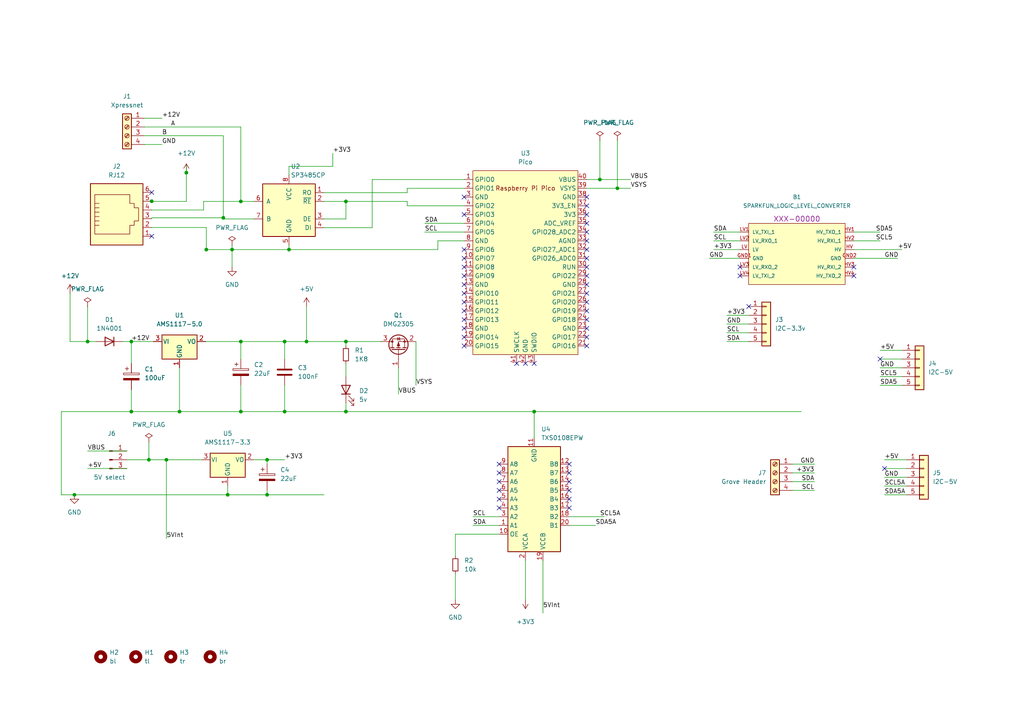
<source format=kicad_sch>
(kicad_sch (version 20211123) (generator eeschema)
  (paper "A4")
  (title_block (title "Pico Power and I2C") (date "31/3/23") (rev "1.0"))
  (lib_symbols
    (symbol "Connector:Conn_01x03_Male" (pin_names (offset 1.016) hide)
      (property "Reference" "J" (at 0 5.08 0))
      (property "Value" "Conn_01x03_Male" (at 0 -5.08 0))
      (symbol "Conn_01x03_Male_1_1"
        (polyline (pts (xy 1.27 -2.54) (xy 0.8636 -2.54)) (stroke (width 0.1524)))
        (polyline (pts (xy 1.27 0) (xy 0.8636 0)) (stroke (width 0.1524)))
        (polyline (pts (xy 1.27 2.54) (xy 0.8636 2.54)) (stroke (width 0.1524)))
        (rectangle (start 0.8636 -2.413) (end 0 -2.667) (stroke (width 0.1524)) (fill (type outline)))
        (rectangle (start 0.8636 0.127) (end 0 -0.127) (stroke (width 0.1524)) (fill (type outline)))
        (rectangle (start 0.8636 2.667) (end 0 2.413) (stroke (width 0.1524)) (fill (type outline)))
        (pin passive line (at 5.08 2.54 180) (length 3.81) (name "Pin_1") (number "1"))
        (pin passive line (at 5.08 0 180) (length 3.81) (name "Pin_2") (number "2"))
        (pin passive line (at 5.08 -2.54 180) (length 3.81) (name "Pin_3") (number "3"))
      )
    )
    (symbol "Connector:RJ12" (pin_names (offset 1.016))
      (property "Reference" "J" (at -5.08 11.43 0))
      (property "Value" "RJ12" (at 2.54 11.43 0))
      (symbol "RJ12_0_1"
        (polyline (pts (xy -6.35 -1.905) (xy -5.08 -1.905) (xy -5.08 -1.905)))
        (polyline (pts (xy -6.35 -0.635) (xy -5.08 -0.635) (xy -5.08 -0.635)))
        (polyline (pts (xy -6.35 0.635) (xy -5.08 0.635) (xy -5.08 0.635)))
        (polyline (pts (xy -6.35 1.905) (xy -5.08 1.905) (xy -5.08 1.905)))
        (polyline (pts (xy -6.35 3.175) (xy -5.08 3.175) (xy -5.08 3.175)))
        (polyline (pts (xy -5.08 4.445) (xy -6.35 4.445) (xy -6.35 4.445)))
        (polyline (pts (xy -6.35 -4.445) (xy -6.35 6.985) (xy 3.81 6.985) (xy 3.81 4.445) (xy 5.08 4.445) (xy 5.08 3.175) (xy 6.35 3.175) (xy 6.35 -0.635) (xy 5.08 -0.635) (xy 5.08 -1.905) (xy 3.81 -1.905) (xy 3.81 -4.445) (xy -6.35 -4.445) (xy -6.35 -4.445)))
        (rectangle (start 7.62 10.16) (end -7.62 -7.62) (stroke (width 0.254)) (fill (type background)))
      )
      (symbol "RJ12_1_1"
        (pin passive line (at 10.16 -5.08 180) (length 2.54) (name "~") (number "1"))
        (pin passive line (at 10.16 -2.54 180) (length 2.54) (name "~") (number "2"))
        (pin passive line (at 10.16 0 180) (length 2.54) (name "~") (number "3"))
        (pin passive line (at 10.16 2.54 180) (length 2.54) (name "~") (number "4"))
        (pin passive line (at 10.16 5.08 180) (length 2.54) (name "~") (number "5"))
        (pin passive line (at 10.16 7.62 180) (length 2.54) (name "~") (number "6"))
      )
    )
    (symbol "Connector:Screw_Terminal_01x04" (pin_names (offset 1.016) hide)
      (property "Reference" "J" (at 0 5.08 0))
      (property "Value" "Screw_Terminal_01x04" (at 0 -7.62 0))
      (symbol "Screw_Terminal_01x04_1_1"
        (rectangle (start -1.27 3.81) (end 1.27 -6.35) (stroke (width 0.254)) (fill (type background)))
        (circle (center 0 -5.08) (radius 0.635) (stroke (width 0.1524)))
        (circle (center 0 -2.54) (radius 0.635) (stroke (width 0.1524)))
        (polyline (pts (xy -0.5334 -4.7498) (xy 0.3302 -5.588)) (stroke (width 0.1524)))
        (polyline (pts (xy -0.5334 -2.2098) (xy 0.3302 -3.048)) (stroke (width 0.1524)))
        (polyline (pts (xy -0.5334 0.3302) (xy 0.3302 -0.508)) (stroke (width 0.1524)))
        (polyline (pts (xy -0.5334 2.8702) (xy 0.3302 2.032)) (stroke (width 0.1524)))
        (polyline (pts (xy -0.3556 -4.572) (xy 0.508 -5.4102)) (stroke (width 0.1524)))
        (polyline (pts (xy -0.3556 -2.032) (xy 0.508 -2.8702)) (stroke (width 0.1524)))
        (polyline (pts (xy -0.3556 0.508) (xy 0.508 -0.3302)) (stroke (width 0.1524)))
        (polyline (pts (xy -0.3556 3.048) (xy 0.508 2.2098)) (stroke (width 0.1524)))
        (circle (center 0 0) (radius 0.635) (stroke (width 0.1524)))
        (circle (center 0 2.54) (radius 0.635) (stroke (width 0.1524)))
        (pin passive line (at -5.08 2.54 0) (length 3.81) (name "Pin_1") (number "1"))
        (pin passive line (at -5.08 0 0) (length 3.81) (name "Pin_2") (number "2"))
        (pin passive line (at -5.08 -2.54 0) (length 3.81) (name "Pin_3") (number "3"))
        (pin passive line (at -5.08 -5.08 0) (length 3.81) (name "Pin_4") (number "4"))
      )
    )
    (symbol "Connector_Generic:Conn_01x05" (pin_names (offset 1.016) hide)
      (property "Reference" "J" (at 0 7.62 0))
      (property "Value" "Conn_01x05" (at 0 -7.62 0))
      (symbol "Conn_01x05_1_1"
        (rectangle (start -1.27 -4.953) (end 0 -5.207) (stroke (width 0.1524)))
        (rectangle (start -1.27 -2.413) (end 0 -2.667) (stroke (width 0.1524)))
        (rectangle (start -1.27 0.127) (end 0 -0.127) (stroke (width 0.1524)))
        (rectangle (start -1.27 2.667) (end 0 2.413) (stroke (width 0.1524)))
        (rectangle (start -1.27 5.207) (end 0 4.953) (stroke (width 0.1524)))
        (rectangle (start -1.27 6.35) (end 1.27 -6.35) (stroke (width 0.254)) (fill (type background)))
        (pin passive line (at -5.08 5.08 0) (length 3.81) (name "Pin_1") (number "1"))
        (pin passive line (at -5.08 2.54 0) (length 3.81) (name "Pin_2") (number "2"))
        (pin passive line (at -5.08 0 0) (length 3.81) (name "Pin_3") (number "3"))
        (pin passive line (at -5.08 -2.54 0) (length 3.81) (name "Pin_4") (number "4"))
        (pin passive line (at -5.08 -5.08 0) (length 3.81) (name "Pin_5") (number "5"))
      )
    )
    (symbol "Device:C" (pin_numbers hide) (pin_names (offset 0.254))
      (property "Reference" "C" (at 0.635 2.54 0))
      (property "Value" "C" (at 0.635 -2.54 0))
      (symbol "C_0_1"
        (polyline (pts (xy -2.032 -0.762) (xy 2.032 -0.762)) (stroke (width 0.508)))
        (polyline (pts (xy -2.032 0.762) (xy 2.032 0.762)) (stroke (width 0.508)))
      )
      (symbol "C_1_1"
        (pin passive line (at 0 3.81 270) (length 2.794) (name "~") (number "1"))
        (pin passive line (at 0 -3.81 90) (length 2.794) (name "~") (number "2"))
      )
    )
    (symbol "Device:C_Polarized" (pin_numbers hide) (pin_names (offset 0.254))
      (property "Reference" "C" (at 0.635 2.54 0))
      (property "Value" "C_Polarized" (at 0.635 -2.54 0))
      (symbol "C_Polarized_0_1"
        (rectangle (start -2.286 0.508) (end 2.286 1.016))
        (polyline (pts (xy -1.778 2.286) (xy -0.762 2.286)))
        (polyline (pts (xy -1.27 2.794) (xy -1.27 1.778)))
        (rectangle (start 2.286 -0.508) (end -2.286 -1.016) (fill (type outline)))
      )
      (symbol "C_Polarized_1_1"
        (pin passive line (at 0 3.81 270) (length 2.794) (name "~") (number "1"))
        (pin passive line (at 0 -3.81 90) (length 2.794) (name "~") (number "2"))
      )
    )
    (symbol "Device:LED" (pin_numbers hide) (pin_names (offset 1.016) hide)
      (property "Reference" "D" (at 0 2.54 0))
      (property "Value" "LED" (at 0 -2.54 0))
      (symbol "LED_0_1"
        (polyline (pts (xy -1.27 -1.27) (xy -1.27 1.27)) (stroke (width 0.254)))
        (polyline (pts (xy -1.27 0) (xy 1.27 0)))
        (polyline (pts (xy 1.27 -1.27) (xy 1.27 1.27) (xy -1.27 0) (xy 1.27 -1.27)) (stroke (width 0.254)))
        (polyline (pts (xy -3.048 -0.762) (xy -4.572 -2.286) (xy -3.81 -2.286) (xy -4.572 -2.286) (xy -4.572 -1.524)))
        (polyline (pts (xy -1.778 -0.762) (xy -3.302 -2.286) (xy -2.54 -2.286) (xy -3.302 -2.286) (xy -3.302 -1.524)))
      )
      (symbol "LED_1_1"
        (pin passive line (at -3.81 0 0) (length 2.54) (name "K") (number "1"))
        (pin passive line (at 3.81 0 180) (length 2.54) (name "A") (number "2"))
      )
    )
    (symbol "Device:R_Small" (pin_numbers hide) (pin_names (offset 0.254) hide)
      (property "Reference" "R" (at 0.762 0.508 0))
      (property "Value" "R_Small" (at 0.762 -1.016 0))
      (symbol "R_Small_0_1"
        (rectangle (start -0.762 1.778) (end 0.762 -1.778) (stroke (width 0.2032)))
      )
      (symbol "R_Small_1_1"
        (pin passive line (at 0 2.54 270) (length 0.762) (name "~") (number "1"))
        (pin passive line (at 0 -2.54 90) (length 0.762) (name "~") (number "2"))
      )
    )
    (symbol "Diode:1N4001" (pin_numbers hide) (pin_names hide)
      (property "Reference" "D" (at 0 2.54 0))
      (property "Value" "1N4001" (at 0 -2.54 0))
      (symbol "1N4001_0_1"
        (polyline (pts (xy -1.27 1.27) (xy -1.27 -1.27)) (stroke (width 0.254)))
        (polyline (pts (xy 1.27 0) (xy -1.27 0)))
        (polyline (pts (xy 1.27 1.27) (xy 1.27 -1.27) (xy -1.27 0) (xy 1.27 1.27)) (stroke (width 0.254)))
      )
      (symbol "1N4001_1_1"
        (pin passive line (at -3.81 0 0) (length 2.54) (name "K") (number "1"))
        (pin passive line (at 3.81 0 180) (length 2.54) (name "A") (number "2"))
      )
    )
    (symbol "Interface_UART:SP3485CP" (pin_names (offset 1.016))
      (property "Reference" "U" (at -7.62 8.89 0))
      (property "Value" "SP3485CP" (at 2.54 8.89 0))
      (symbol "SP3485CP_0_1"
        (rectangle (start -7.62 7.62) (end 7.62 -7.62) (stroke (width 0.254)) (fill (type background)))
      )
      (symbol "SP3485CP_1_1"
        (pin output line (at -10.16 5.08 0) (length 2.54) (name "RO") (number "1"))
        (pin input line (at -10.16 2.54 0) (length 2.54) (name "~{RE}") (number "2"))
        (pin input line (at -10.16 -2.54 0) (length 2.54) (name "DE") (number "3"))
        (pin input line (at -10.16 -5.08 0) (length 2.54) (name "DI") (number "4"))
        (pin power_in line (at 0 -10.16 90) (length 2.54) (name "GND") (number "5"))
        (pin bidirectional line (at 10.16 2.54 180) (length 2.54) (name "A") (number "6"))
        (pin bidirectional line (at 10.16 -2.54 180) (length 2.54) (name "B") (number "7"))
        (pin power_in line (at 0 10.16 270) (length 2.54) (name "VCC") (number "8"))
      )
    )
    (symbol "Logic_LevelTranslator:TXS0108EPW"
      (property "Reference" "U" (at -6.35 16.51 0))
      (property "Value" "TXS0108EPW" (at 3.81 16.51 0))
      (symbol "TXS0108EPW_0_1"
        (rectangle (start -7.62 15.24) (end 7.62 -15.24) (stroke (width 0.254)) (fill (type background)))
      )
      (symbol "TXS0108EPW_1_1"
        (pin bidirectional line (at -10.16 7.62 0) (length 2.54) (name "A1") (number "1"))
        (pin input line (at -10.16 10.16 0) (length 2.54) (name "OE") (number "10"))
        (pin power_in line (at 0 -17.78 90) (length 2.54) (name "GND") (number "11"))
        (pin bidirectional line (at 10.16 -10.16 180) (length 2.54) (name "B8") (number "12"))
        (pin bidirectional line (at 10.16 -7.62 180) (length 2.54) (name "B7") (number "13"))
        (pin bidirectional line (at 10.16 -5.08 180) (length 2.54) (name "B6") (number "14"))
        (pin bidirectional line (at 10.16 -2.54 180) (length 2.54) (name "B5") (number "15"))
        (pin bidirectional line (at 10.16 0 180) (length 2.54) (name "B4") (number "16"))
        (pin bidirectional line (at 10.16 2.54 180) (length 2.54) (name "B3") (number "17"))
        (pin bidirectional line (at 10.16 5.08 180) (length 2.54) (name "B2") (number "18"))
        (pin power_in line (at 2.54 17.78 270) (length 2.54) (name "VCCB") (number "19"))
        (pin power_in line (at -2.54 17.78 270) (length 2.54) (name "VCCA") (number "2"))
        (pin bidirectional line (at 10.16 7.62 180) (length 2.54) (name "B1") (number "20"))
        (pin bidirectional line (at -10.16 5.08 0) (length 2.54) (name "A2") (number "3"))
        (pin bidirectional line (at -10.16 2.54 0) (length 2.54) (name "A3") (number "4"))
        (pin bidirectional line (at -10.16 0 0) (length 2.54) (name "A4") (number "5"))
        (pin bidirectional line (at -10.16 -2.54 0) (length 2.54) (name "A5") (number "6"))
        (pin bidirectional line (at -10.16 -5.08 0) (length 2.54) (name "A6") (number "7"))
        (pin bidirectional line (at -10.16 -7.62 0) (length 2.54) (name "A7") (number "8"))
        (pin bidirectional line (at -10.16 -10.16 0) (length 2.54) (name "A8") (number "9"))
      )
    )
    (symbol "MCU_RaspberryPi_and_Boards:Pico"
      (property "Reference" "U" (at -13.97 27.94 0))
      (property "Value" "Pico" (at 0 19.05 0))
      (symbol "Pico_0_0"
        (text "Raspberry Pi Pico" (at 0 21.59 0) (effects (font (size 1.27 1.27))))
      )
      (symbol "Pico_0_1"
        (rectangle (start -15.24 26.67) (end 15.24 -26.67) (fill (type background)))
      )
      (symbol "Pico_1_1"
        (pin bidirectional line (at -17.78 24.13 0) (length 2.54) (name "GPIO0") (number "1"))
        (pin bidirectional line (at -17.78 1.27 0) (length 2.54) (name "GPIO7") (number "10"))
        (pin bidirectional line (at -17.78 -1.27 0) (length 2.54) (name "GPIO8") (number "11"))
        (pin bidirectional line (at -17.78 -3.81 0) (length 2.54) (name "GPIO9") (number "12"))
        (pin power_in line (at -17.78 -6.35 0) (length 2.54) (name "GND") (number "13"))
        (pin bidirectional line (at -17.78 -8.89 0) (length 2.54) (name "GPIO10") (number "14"))
        (pin bidirectional line (at -17.78 -11.43 0) (length 2.54) (name "GPIO11") (number "15"))
        (pin bidirectional line (at -17.78 -13.97 0) (length 2.54) (name "GPIO12") (number "16"))
        (pin bidirectional line (at -17.78 -16.51 0) (length 2.54) (name "GPIO13") (number "17"))
        (pin power_in line (at -17.78 -19.05 0) (length 2.54) (name "GND") (number "18"))
        (pin bidirectional line (at -17.78 -21.59 0) (length 2.54) (name "GPIO14") (number "19"))
        (pin bidirectional line (at -17.78 21.59 0) (length 2.54) (name "GPIO1") (number "2"))
        (pin bidirectional line (at -17.78 -24.13 0) (length 2.54) (name "GPIO15") (number "20"))
        (pin bidirectional line (at 17.78 -24.13 180) (length 2.54) (name "GPIO16") (number "21"))
        (pin bidirectional line (at 17.78 -21.59 180) (length 2.54) (name "GPIO17") (number "22"))
        (pin power_in line (at 17.78 -19.05 180) (length 2.54) (name "GND") (number "23"))
        (pin bidirectional line (at 17.78 -16.51 180) (length 2.54) (name "GPIO18") (number "24"))
        (pin bidirectional line (at 17.78 -13.97 180) (length 2.54) (name "GPIO19") (number "25"))
        (pin bidirectional line (at 17.78 -11.43 180) (length 2.54) (name "GPIO20") (number "26"))
        (pin bidirectional line (at 17.78 -8.89 180) (length 2.54) (name "GPIO21") (number "27"))
        (pin power_in line (at 17.78 -6.35 180) (length 2.54) (name "GND") (number "28"))
        (pin bidirectional line (at 17.78 -3.81 180) (length 2.54) (name "GPIO22") (number "29"))
        (pin power_in line (at -17.78 19.05 0) (length 2.54) (name "GND") (number "3"))
        (pin input line (at 17.78 -1.27 180) (length 2.54) (name "RUN") (number "30"))
        (pin bidirectional line (at 17.78 1.27 180) (length 2.54) (name "GPIO26_ADC0") (number "31"))
        (pin bidirectional line (at 17.78 3.81 180) (length 2.54) (name "GPIO27_ADC1") (number "32"))
        (pin power_in line (at 17.78 6.35 180) (length 2.54) (name "AGND") (number "33"))
        (pin bidirectional line (at 17.78 8.89 180) (length 2.54) (name "GPIO28_ADC2") (number "34"))
        (pin power_in line (at 17.78 11.43 180) (length 2.54) (name "ADC_VREF") (number "35"))
        (pin power_in line (at 17.78 13.97 180) (length 2.54) (name "3V3") (number "36"))
        (pin input line (at 17.78 16.51 180) (length 2.54) (name "3V3_EN") (number "37"))
        (pin bidirectional line (at 17.78 19.05 180) (length 2.54) (name "GND") (number "38"))
        (pin power_in line (at 17.78 21.59 180) (length 2.54) (name "VSYS") (number "39"))
        (pin bidirectional line (at -17.78 16.51 0) (length 2.54) (name "GPIO2") (number "4"))
        (pin power_in line (at 17.78 24.13 180) (length 2.54) (name "VBUS") (number "40"))
        (pin input line (at -2.54 -29.21 90) (length 2.54) (name "SWCLK") (number "41"))
        (pin power_in line (at 0 -29.21 90) (length 2.54) (name "GND") (number "42"))
        (pin bidirectional line (at 2.54 -29.21 90) (length 2.54) (name "SWDIO") (number "43"))
        (pin bidirectional line (at -17.78 13.97 0) (length 2.54) (name "GPIO3") (number "5"))
        (pin bidirectional line (at -17.78 11.43 0) (length 2.54) (name "GPIO4") (number "6"))
        (pin bidirectional line (at -17.78 8.89 0) (length 2.54) (name "GPIO5") (number "7"))
        (pin power_in line (at -17.78 6.35 0) (length 2.54) (name "GND") (number "8"))
        (pin bidirectional line (at -17.78 3.81 0) (length 2.54) (name "GPIO6") (number "9"))
      )
    )
    (symbol "Mechanical:MountingHole" (pin_names (offset 1.016))
      (property "Reference" "H" (at 0 5.08 0))
      (property "Value" "MountingHole" (at 0 3.175 0))
      (symbol "MountingHole_0_1"
        (circle (center 0 0) (radius 1.27) (stroke (width 1.27)))
      )
    )
    (symbol "Regulator_Linear:AMS1117-3.3" (pin_names (offset 0.254))
      (property "Reference" "U" (at -3.81 3.175 0))
      (property "Value" "AMS1117-3.3" (at 0 3.175 0))
      (symbol "AMS1117-3.3_0_1"
        (rectangle (start -5.08 -5.08) (end 5.08 1.905) (stroke (width 0.254)) (fill (type background)))
      )
      (symbol "AMS1117-3.3_1_1"
        (pin power_in line (at 0 -7.62 90) (length 2.54) (name "GND") (number "1"))
        (pin power_out line (at 7.62 0 180) (length 2.54) (name "VO") (number "2"))
        (pin power_in line (at -7.62 0 0) (length 2.54) (name "VI") (number "3"))
      )
    )
    (symbol "Regulator_Linear:AMS1117-5.0" (pin_names (offset 0.254))
      (property "Reference" "U" (at -3.81 3.175 0))
      (property "Value" "AMS1117-5.0" (at 0 3.175 0))
      (symbol "AMS1117-5.0_0_1"
        (rectangle (start -5.08 -5.08) (end 5.08 1.905) (stroke (width 0.254)) (fill (type background)))
      )
      (symbol "AMS1117-5.0_1_1"
        (pin power_in line (at 0 -7.62 90) (length 2.54) (name "GND") (number "1"))
        (pin power_out line (at 7.62 0 180) (length 2.54) (name "VO") (number "2"))
        (pin power_in line (at -7.62 0 0) (length 2.54) (name "VI") (number "3"))
      )
    )
    (symbol "SparkFun-Boards:SPARKFUN_LOGIC_LEVEL_CONVERTER" (pin_names (offset 1.016))
      (property "Reference" "B" (at -13.97 11.43 0))
      (property "Value" "SPARKFUN_LOGIC_LEVEL_CONVERTER" (at -13.97 -10.16 0))
      (property "Field4" "XXX-00000" (at 0 12.7 0))
      (symbol "SPARKFUN_LOGIC_LEVEL_CONVERTER_1_1"
        (polyline (pts (xy -13.97 -7.62) (xy -13.97 10.16) (xy 13.97 10.16) (xy 13.97 -7.62) (xy -13.97 -7.62)) (fill (type background)))
        (pin power_in line (at -16.51 0 0) (length 2.54) (name "GND") (number "GND1"))
        (pin power_in line (at 16.51 0 180) (length 2.54) (name "GND") (number "GND2"))
        (pin power_in line (at 16.51 2.54 180) (length 2.54) (name "HV") (number "HV"))
        (pin bidirectional line (at 16.51 7.62 180) (length 2.54) (name "HV_TXO_1") (number "HV1"))
        (pin bidirectional line (at 16.51 5.08 180) (length 2.54) (name "HV_RXI_1") (number "HV2"))
        (pin bidirectional line (at 16.51 -2.54 180) (length 2.54) (name "HV_RXI_2") (number "HV3"))
        (pin bidirectional line (at 16.51 -5.08 180) (length 2.54) (name "HV_TXO_2") (number "HV4"))
        (pin power_in line (at -16.51 2.54 0) (length 2.54) (name "LV") (number "LV"))
        (pin bidirectional line (at -16.51 7.62 0) (length 2.54) (name "LV_TXI_1") (number "LV1"))
        (pin bidirectional line (at -16.51 5.08 0) (length 2.54) (name "LV_RXO_1") (number "LV2"))
        (pin bidirectional line (at -16.51 -2.54 0) (length 2.54) (name "LV_RXO_2") (number "LV3"))
        (pin bidirectional line (at -16.51 -5.08 0) (length 2.54) (name "LV_TXI_2") (number "LV4"))
      )
    )
    (symbol "Transistor_FET:DMG2301L" (pin_names hide)
      (property "Reference" "Q" (at 5.08 1.905 0))
      (property "Value" "DMG2301L" (at 5.08 0 0))
      (symbol "DMG2301L_0_1"
        (polyline (pts (xy 0.254 0) (xy -2.54 0)))
        (polyline (pts (xy 0.254 1.905) (xy 0.254 -1.905)) (stroke (width 0.254)))
        (polyline (pts (xy 0.762 -1.27) (xy 0.762 -2.286)) (stroke (width 0.254)))
        (polyline (pts (xy 0.762 0.508) (xy 0.762 -0.508)) (stroke (width 0.254)))
        (polyline (pts (xy 0.762 2.286) (xy 0.762 1.27)) (stroke (width 0.254)))
        (polyline (pts (xy 2.54 2.54) (xy 2.54 1.778)))
        (polyline (pts (xy 2.54 -2.54) (xy 2.54 0) (xy 0.762 0)))
        (polyline (pts (xy 0.762 1.778) (xy 3.302 1.778) (xy 3.302 -1.778) (xy 0.762 -1.778)))
        (polyline (pts (xy 2.286 0) (xy 1.27 0.381) (xy 1.27 -0.381) (xy 2.286 0)) (fill (type outline)))
        (polyline (pts (xy 2.794 -0.508) (xy 2.921 -0.381) (xy 3.683 -0.381) (xy 3.81 -0.254)))
        (polyline (pts (xy 3.302 -0.381) (xy 2.921 0.254) (xy 3.683 0.254) (xy 3.302 -0.381)))
        (circle (center 1.651 0) (radius 2.794) (stroke (width 0.254)))
        (circle (center 2.54 -1.778) (radius 0.254) (fill (type outline)))
        (circle (center 2.54 1.778) (radius 0.254) (fill (type outline)))
      )
      (symbol "DMG2301L_1_1"
        (pin input line (at -5.08 0 0) (length 2.54) (name "G") (number "1"))
        (pin passive line (at 2.54 -5.08 90) (length 2.54) (name "S") (number "2"))
        (pin passive line (at 2.54 5.08 270) (length 2.54) (name "D") (number "3"))
      )
    )
    (symbol "power:+12V" (power) (pin_names (offset 0))
      (property "Value" "+12V" (at 0 3.556 0))
      (symbol "+12V_0_1"
        (polyline (pts (xy -0.762 1.27) (xy 0 2.54)))
        (polyline (pts (xy 0 0) (xy 0 2.54)))
        (polyline (pts (xy 0 2.54) (xy 0.762 1.27)))
      )
      (symbol "+12V_1_1"
        (pin power_in line (at 0 0 90) (length 0) hide (name "+12V") (number "1"))
      )
    )
    (symbol "power:+3V3" (power) (pin_names (offset 0))
      (property "Value" "+3V3" (at 0 3.556 0))
      (symbol "+3V3_0_1"
        (polyline (pts (xy -0.762 1.27) (xy 0 2.54)))
        (polyline (pts (xy 0 0) (xy 0 2.54)))
        (polyline (pts (xy 0 2.54) (xy 0.762 1.27)))
      )
      (symbol "+3V3_1_1"
        (pin power_in line (at 0 0 90) (length 0) hide (name "+3V3") (number "1"))
      )
    )
    (symbol "power:+5V" (power) (pin_names (offset 0))
      (property "Value" "+5V" (at 0 3.556 0))
      (symbol "+5V_0_1"
        (polyline (pts (xy -0.762 1.27) (xy 0 2.54)))
        (polyline (pts (xy 0 0) (xy 0 2.54)))
        (polyline (pts (xy 0 2.54) (xy 0.762 1.27)))
      )
      (symbol "+5V_1_1"
        (pin power_in line (at 0 0 90) (length 0) hide (name "+5V") (number "1"))
      )
    )
    (symbol "power:GND" (power) (pin_names (offset 0))
      (property "Value" "GND" (at 0 -3.81 0))
      (symbol "GND_0_1"
        (polyline (pts (xy 0 0) (xy 0 -1.27) (xy 1.27 -1.27) (xy 0 -2.54) (xy -1.27 -1.27) (xy 0 -1.27)))
      )
      (symbol "GND_1_1"
        (pin power_in line (at 0 0 270) (length 0) hide (name "GND") (number "1"))
      )
    )
    (symbol "power:PWR_FLAG" (power) (pin_numbers hide) (pin_names (offset 0) hide)
      (property "Value" "PWR_FLAG" (at 0 3.81 0))
      (symbol "PWR_FLAG_0_0"
        (pin power_out line (at 0 0 90) (length 0) (name "pwr") (number "1"))
      )
      (symbol "PWR_FLAG_0_1"
        (polyline (pts (xy 0 0) (xy 0 1.27) (xy -1.016 1.905) (xy 0 2.54) (xy 1.016 1.905) (xy 0 1.27)))
      )
    )
  )
  (junction (at 173.99 52.07))
  (junction (at 83.82 72.39))
  (junction (at 25.4 99.06))
  (junction (at 44.0012 58.3637))
  (junction (at 179.07 54.61))
  (junction (at 100.33 119.38))
  (junction (at 77.47 133.35))
  (junction (at 82.55 99.06))
  (junction (at 52.07 119.38))
  (junction (at 100.33 58.42))
  (junction (at 154.94 119.38))
  (junction (at 54.0464 50.0913))
  (junction (at 48.26 133.35))
  (junction (at 38.1 119.38))
  (junction (at 77.47 143.51))
  (junction (at 38.1 99.06))
  (junction (at 67.31 72.39))
  (junction (at 64.77 63.1731))
  (junction (at 59.8432 72.39))
  (junction (at 69.85 99.06))
  (junction (at 82.55 119.38))
  (junction (at 43.18 133.35))
  (junction (at 88.9 99.06))
  (junction (at 66.04 143.51))
  (junction (at 100.33 99.06))
  (junction (at 69.85 58.42))
  (junction (at 69.85 119.38))
  (junction (at 21.59 143.51))
  (no_connect (at 152.4 105.41))
  (no_connect (at 170.18 100.33))
  (no_connect (at 134.62 90.17))
  (no_connect (at 134.62 92.71))
  (no_connect (at 170.18 77.47))
  (no_connect (at 170.18 97.79))
  (no_connect (at 170.18 92.71))
  (no_connect (at 134.62 85.09))
  (no_connect (at 134.62 100.33))
  (no_connect (at 144.78 134.62))
  (no_connect (at 165.1 137.16))
  (no_connect (at 170.18 72.39))
  (no_connect (at 214.63 80.01))
  (no_connect (at 44.0012 55.8237))
  (no_connect (at 214.63 77.47))
  (no_connect (at 170.18 80.01))
  (no_connect (at 134.62 62.23))
  (no_connect (at 134.62 74.93))
  (no_connect (at 170.18 95.25))
  (no_connect (at 170.18 64.77))
  (no_connect (at 170.18 87.63))
  (no_connect (at 134.62 82.55))
  (no_connect (at 165.1 134.62))
  (no_connect (at 134.62 97.79))
  (no_connect (at 44.0012 68.5237))
  (no_connect (at 255.27 104.14))
  (no_connect (at 170.18 67.31))
  (no_connect (at 144.78 139.7))
  (no_connect (at 144.78 142.24))
  (no_connect (at 154.94 105.41))
  (no_connect (at 134.62 87.63))
  (no_connect (at 165.1 147.32))
  (no_connect (at 144.78 137.16))
  (no_connect (at 149.86 105.41))
  (no_connect (at 165.1 144.78))
  (no_connect (at 217.17 88.9))
  (no_connect (at 144.78 147.32))
  (no_connect (at 170.18 62.23))
  (no_connect (at 256.54 135.89))
  (no_connect (at 165.1 139.7))
  (no_connect (at 170.18 59.69))
  (no_connect (at 165.1 142.24))
  (no_connect (at 134.62 80.01))
  (no_connect (at 170.18 85.09))
  (no_connect (at 134.62 57.15))
  (no_connect (at 247.65 77.47))
  (no_connect (at 170.18 90.17))
  (no_connect (at 134.62 77.47))
  (no_connect (at 170.18 74.93))
  (no_connect (at 144.78 144.78))
  (no_connect (at 170.18 82.55))
  (no_connect (at 170.18 69.85))
  (no_connect (at 134.62 72.39))
  (no_connect (at 134.62 95.25))
  (no_connect (at 247.65 80.01))
  (no_connect (at 170.18 57.15))
  (wire (pts (xy 179.07 54.61) (xy 182.88 54.61)))
  (wire (pts (xy 256.54 140.97) (xy 262.89 140.97)))
  (wire (pts (xy 67.31 72.39) (xy 67.31 77.47)))
  (wire (pts (xy 115.57 106.68) (xy 115.57 114.3)))
  (wire (pts (xy 170.18 54.61) (xy 179.07 54.61)))
  (wire (pts (xy 69.85 36.83) (xy 69.85 58.42)))
  (wire (pts (xy 88.9 88.9) (xy 88.9 99.06)))
  (wire (pts (xy 255.27 109.22) (xy 261.62 109.22)))
  (wire (pts (xy 118.11 59.69) (xy 134.62 59.69)))
  (wire (pts (xy 54.0464 58.4117) (xy 44.0012 58.4117)))
  (wire (pts (xy 256.54 133.35) (xy 262.89 133.35)))
  (wire (pts (xy 69.85 119.38) (xy 82.55 119.38)))
  (wire (pts (xy 207.01 67.31) (xy 214.63 67.31)))
  (wire (pts (xy 247.65 74.93) (xy 260.35 74.93)))
  (wire (pts (xy 210.82 91.44) (xy 217.17 91.44)))
  (wire (pts (xy 100.33 105.41) (xy 100.33 109.22)))
  (wire (pts (xy 41.91 34.29) (xy 46.99 34.29)))
  (wire (pts (xy 69.85 111.76) (xy 69.85 119.38)))
  (wire (pts (xy 17.78 143.51) (xy 21.59 143.51)))
  (wire (pts (xy 132.08 154.94) (xy 144.78 154.94)))
  (wire (pts (xy 132.08 154.94) (xy 132.08 161.29)))
  (wire (pts (xy 59.69 99.06) (xy 69.85 99.06)))
  (wire (pts (xy 88.9 99.06) (xy 100.33 99.06)))
  (wire (pts (xy 77.47 143.51) (xy 93.98 143.51)))
  (wire (pts (xy 236.22 139.7) (xy 229.87 139.7)))
  (wire (pts (xy 36.83 133.35) (xy 43.18 133.35)))
  (wire (pts (xy 170.18 52.07) (xy 173.99 52.07)))
  (wire (pts (xy 107.95 52.07) (xy 134.62 52.07)))
  (wire (pts (xy 83.82 71.12) (xy 83.82 72.39)))
  (wire (pts (xy 83.82 48.26) (xy 83.82 50.8)))
  (wire (pts (xy 96.52 44.45) (xy 96.52 48.26)))
  (wire (pts (xy 236.22 134.62) (xy 229.87 134.62)))
  (wire (pts (xy 69.85 99.06) (xy 69.85 104.14)))
  (wire (pts (xy 69.85 99.06) (xy 82.55 99.06)))
  (wire (pts (xy 64.77 39.37) (xy 64.77 63.1731)))
  (wire (pts (xy 100.33 116.84) (xy 100.33 119.38)))
  (wire (pts (xy 93.98 63.5) (xy 100.33 63.5)))
  (wire (pts (xy 247.65 69.85) (xy 255.27 69.85)))
  (wire (pts (xy 256.54 135.89) (xy 262.89 135.89)))
  (wire (pts (xy 137.16 149.86) (xy 144.78 149.86)))
  (wire (pts (xy 236.22 137.16) (xy 229.87 137.16)))
  (wire (pts (xy 59.8432 72.39) (xy 67.31 72.39)))
  (wire (pts (xy 25.4 135.89) (xy 36.83 135.89)))
  (wire (pts (xy 77.47 133.35) (xy 77.47 134.62)))
  (wire (pts (xy 137.16 152.4) (xy 144.78 152.4)))
  (wire (pts (xy 118.11 55.88) (xy 118.11 54.61)))
  (wire (pts (xy 38.1 119.38) (xy 52.07 119.38)))
  (wire (pts (xy 107.95 66.04) (xy 107.95 52.07)))
  (wire (pts (xy 64.77 63.1731) (xy 44.0012 63.1731)))
  (wire (pts (xy 20.32 99.06) (xy 25.4 99.06)))
  (wire (pts (xy 66.04 140.97) (xy 66.04 143.51)))
  (wire (pts (xy 25.4 88.9) (xy 25.4 99.06)))
  (wire (pts (xy 154.94 119.38) (xy 154.94 127)))
  (wire (pts (xy 100.33 99.06) (xy 100.33 100.33)))
  (wire (pts (xy 17.78 119.38) (xy 17.78 143.51)))
  (wire (pts (xy 67.31 71.12) (xy 67.31 72.39)))
  (wire (pts (xy 48.26 133.35) (xy 58.42 133.35)))
  (wire (pts (xy 59.0497 58.42) (xy 59.0497 60.9037)))
  (wire (pts (xy 255.27 104.14) (xy 261.62 104.14)))
  (wire (pts (xy 43.18 133.35) (xy 48.26 133.35)))
  (wire (pts (xy 44.0012 63.1731) (xy 44.0012 63.4437)))
  (wire (pts (xy 173.99 40.64) (xy 173.99 52.07)))
  (wire (pts (xy 256.54 143.51) (xy 262.89 143.51)))
  (wire (pts (xy 100.33 63.5) (xy 100.33 58.42)))
  (wire (pts (xy 82.55 111.76) (xy 82.55 119.38)))
  (wire (pts (xy 54.0464 58.4117) (xy 54.0464 50.0913)))
  (wire (pts (xy 21.59 143.51) (xy 66.04 143.51)))
  (wire (pts (xy 77.47 142.24) (xy 77.47 143.51)))
  (wire (pts (xy 69.85 58.42) (xy 73.66 58.42)))
  (wire (pts (xy 83.82 72.39) (xy 127 72.39)))
  (wire (pts (xy 173.99 52.07) (xy 182.88 52.07)))
  (wire (pts (xy 255.27 111.76) (xy 261.62 111.76)))
  (wire (pts (xy 236.22 142.24) (xy 229.87 142.24)))
  (wire (pts (xy 255.27 101.6) (xy 261.62 101.6)))
  (wire (pts (xy 38.1 99.06) (xy 44.45 99.06)))
  (wire (pts (xy 100.33 119.38) (xy 154.94 119.38)))
  (wire (pts (xy 207.01 72.39) (xy 214.63 72.39)))
  (wire (pts (xy 66.04 143.51) (xy 77.47 143.51)))
  (wire (pts (xy 59.0497 58.42) (xy 69.85 58.42)))
  (wire (pts (xy 82.55 99.06) (xy 82.55 104.14)))
  (wire (pts (xy 67.31 72.39) (xy 83.82 72.39)))
  (wire (pts (xy 59.69 72.39) (xy 59.8432 72.39)))
  (wire (pts (xy 73.66 133.35) (xy 77.47 133.35)))
  (wire (pts (xy 59.8432 65.9837) (xy 59.8432 72.39)))
  (wire (pts (xy 210.82 93.98) (xy 217.17 93.98)))
  (wire (pts (xy 205.74 74.93) (xy 214.63 74.93)))
  (wire (pts (xy 132.08 166.37) (xy 132.08 173.99)))
  (wire (pts (xy 127 72.39) (xy 127 69.85)))
  (wire (pts (xy 44.0012 65.9837) (xy 59.8432 65.9837)))
  (wire (pts (xy 48.26 133.35) (xy 48.26 156.21)))
  (wire (pts (xy 25.4 99.06) (xy 27.94 99.06)))
  (wire (pts (xy 77.47 133.35) (xy 82.55 133.35)))
  (wire (pts (xy 93.98 66.04) (xy 107.95 66.04)))
  (wire (pts (xy 38.1 99.06) (xy 38.1 105.41)))
  (wire (pts (xy 118.11 58.42) (xy 118.11 59.69)))
  (wire (pts (xy 247.65 67.31) (xy 255.27 67.31)))
  (wire (pts (xy 165.1 152.4) (xy 172.72 152.4)))
  (wire (pts (xy 83.82 48.26) (xy 96.52 48.26)))
  (wire (pts (xy 120.65 99.06) (xy 120.65 111.76)))
  (wire (pts (xy 93.98 58.42) (xy 100.33 58.42)))
  (wire (pts (xy 82.55 99.06) (xy 88.9 99.06)))
  (wire (pts (xy 157.48 162.56) (xy 157.48 177.8)))
  (wire (pts (xy 54.0464 48.0425) (xy 54.0464 50.0913)))
  (wire (pts (xy 179.07 40.64) (xy 179.07 54.61)))
  (wire (pts (xy 64.77 63.1731) (xy 64.77 63.5)))
  (wire (pts (xy 100.33 99.06) (xy 110.49 99.06)))
  (wire (pts (xy 210.82 96.52) (xy 217.17 96.52)))
  (wire (pts (xy 93.98 55.88) (xy 118.11 55.88)))
  (wire (pts (xy 43.18 128.27) (xy 43.18 133.35)))
  (wire (pts (xy 25.4 130.81) (xy 36.83 130.81)))
  (wire (pts (xy 210.82 99.06) (xy 217.17 99.06)))
  (wire (pts (xy 59.0497 60.9037) (xy 44.0012 60.9037)))
  (wire (pts (xy 152.4 162.56) (xy 152.4 173.99)))
  (wire (pts (xy 41.91 39.37) (xy 64.77 39.37)))
  (wire (pts (xy 52.07 106.68) (xy 52.07 119.38)))
  (wire (pts (xy 41.91 36.83) (xy 69.85 36.83)))
  (wire (pts (xy 38.1 113.03) (xy 38.1 119.38)))
  (wire (pts (xy 255.27 106.68) (xy 261.62 106.68)))
  (wire (pts (xy 82.55 119.38) (xy 100.33 119.38)))
  (wire (pts (xy 127 69.85) (xy 134.62 69.85)))
  (wire (pts (xy 118.11 54.61) (xy 134.62 54.61)))
  (wire (pts (xy 100.33 58.42) (xy 118.11 58.42)))
  (wire (pts (xy 256.54 138.43) (xy 262.89 138.43)))
  (wire (pts (xy 17.78 119.38) (xy 38.1 119.38)))
  (wire (pts (xy 35.56 99.06) (xy 38.1 99.06)))
  (wire (pts (xy 41.91 41.91) (xy 46.99 41.91)))
  (wire (pts (xy 123.19 67.31) (xy 134.62 67.31)))
  (wire (pts (xy 165.1 149.86) (xy 175.26 149.86)))
  (wire (pts (xy 154.94 119.38) (xy 232.41 119.38)))
  (wire (pts (xy 20.32 85.09) (xy 20.32 99.06)))
  (wire (pts (xy 207.01 69.85) (xy 214.63 69.85)))
  (wire (pts (xy 247.65 72.39) (xy 261.62 72.39)))
  (wire (pts (xy 64.77 63.5) (xy 73.66 63.5)))
  (wire (pts (xy 44.0012 58.4117) (xy 44.0012 58.3637)))
  (wire (pts (xy 123.19 64.77) (xy 134.62 64.77)))
  (wire (pts (xy 52.07 119.38) (xy 69.85 119.38)))
  (label "+5V" (at 256.54 133.35 0))
  (label "SDA" (at 210.82 99.06 0))
  (label "GND" (at 236.22 134.62 180))
  (label "GND" (at 256.54 74.93 0))
  (label "B" (at 46.99 39.37 0))
  (label "SCL5A" (at 173.99 149.86 0))
  (label "SDA5" (at 255.27 111.76 0))
  (label "+3V3" (at 210.82 91.44 0))
  (label "SCL5A" (at 256.54 140.97 0))
  (label "5VInt" (at 157.48 176.53 0))
  (label "+5V" (at 260.35 72.39 0))
  (label "+3V3" (at 236.22 137.16 180))
  (label "SCL" (at 137.16 149.86 0))
  (label "+12V" (at 46.99 34.29 0))
  (label "+5V" (at 255.27 101.6 0))
  (label "+3V3" (at 96.52 44.45 0))
  (label "GND" (at 210.82 93.98 0))
  (label "VBUS" (at 25.4 130.81 0))
  (label "VBUS" (at 182.88 52.07 0))
  (label "GND" (at 205.74 74.93 0))
  (label "VSYS" (at 120.65 111.76 0))
  (label "SCL" (at 123.19 67.31 0))
  (label "SCL" (at 236.22 142.24 180))
  (label "GND" (at 255.27 106.68 0))
  (label "+5V" (at 25.4 135.89 0))
  (label "+12V" (at 38.1 99.06 0))
  (label "SDA5A" (at 172.72 152.4 0))
  (label "SDA" (at 137.16 152.4 0))
  (label "SCL" (at 207.01 69.85 0))
  (label "SCL" (at 210.82 96.52 0))
  (label "SDA" (at 207.01 67.31 0))
  (label "+3V3" (at 207.01 72.39 0))
  (label "VBUS" (at 115.57 114.3 0))
  (label "SCL5" (at 255.27 109.22 0))
  (label "GND" (at 46.99 41.91 0))
  (label "SDA5A" (at 256.54 143.51 0))
  (label "SDA" (at 236.22 139.7 180))
  (label "5VInt" (at 48.26 156.21 0))
  (label "SDA" (at 123.19 64.77 0))
  (label "SDA5" (at 254 67.31 0))
  (label "GND" (at 256.54 138.43 0))
  (label "+3V3" (at 82.55 133.35 0))
  (label "SCL5" (at 254 69.85 0))
  (label "VSYS" (at 182.88 54.61 0))
  (label "A" (at 49.53 36.83 0))
  (symbol (lib_id "power:PWR_FLAG") (at 25.4 88.9 0) (unit 1)
    (property "Reference" "#FLG01" (effects hide))
    (property "Value" "PWR_FLAG" (at 25.4 83.82 0))
  )
  (symbol (lib_id "power:PWR_FLAG") (at 179.07 40.64 0) (unit 1)
    (property "Reference" "#FLG0103" (effects hide))
    (property "Value" "PWR_FLAG" (at 179.07 35.56 0))
  )
  (symbol (lib_id "Connector:Screw_Terminal_01x04") (at 36.83 36.83 0) (mirror y) (unit 1)
    (property "Reference" "J1" (at 36.83 27.94 0))
    (property "Value" "Xpressnet" (at 36.83 30.48 0))
    (property "Footprint" "TerminalBlock_Phoenix:TerminalBlock_Phoenix_PT-1,5-4-3.5-H_1x04_P3.50mm_Horizontal" (effects hide))
  )
  (symbol (lib_id "Connector_Generic:Conn_01x05") (at 266.7 106.68 0) (unit 1)
    (property "Reference" "J4" (at 269.24 105.4099 0) (effects (justify left)))
    (property "Value" "I2C-5V" (at 269.24 107.9499 0) (effects (justify left)))
    (property "Footprint" "Connector_PinHeader_2.54mm:PinHeader_1x05_P2.54mm_Vertical" (effects hide))
  )
  (symbol (lib_id "Interface_UART:SP3485CP") (at 83.82 60.96 0) (mirror y) (unit 1)
    (property "Reference" "U2" (at 84.3406 48.26 0) (effects (justify right)))
    (property "Value" "SP3485CP" (at 84.3406 50.8 0) (effects (justify right)))
    (property "Footprint" "Package_DIP:DIP-8_W7.62mm" (effects hide))
    (property "Datasheet" "http://www.icbase.com/pdf/SPX/SPX00480106.pdf" (effects hide))
  )
  (symbol (lib_id "power:GND") (at 21.59 143.51 0) (unit 1)
    (property "Reference" "#PWR02" (effects hide))
    (property "Value" "GND" (at 21.59 148.59 0))
  )
  (symbol (lib_id "Mechanical:MountingHole") (at 29.21 190.5 0) (unit 1)
    (property "Reference" "H2" (at 31.75 189.2299 0) (effects (justify left)))
    (property "Value" "bl" (at 31.75 191.7699 0) (effects (justify left)))
    (property "Footprint" "MountingHole:MountingHole_3.2mm_M3_ISO7380" (effects hide))
  )
  (symbol (lib_id "Connector:Screw_Terminal_01x04") (at 224.79 137.16 0) (mirror y) (unit 1)
    (property "Reference" "J7" (at 222.25 137.1599 0) (effects (justify left)))
    (property "Value" "Grove Header" (at 222.25 139.6999 0) (effects (justify left)))
    (property "Footprint" "Connector_Molex:Molex_KK-254_AE-6410-04A_1x04_P2.54mm_Vertical" (effects hide))
  )
  (symbol (lib_id "Device:C") (at 82.55 107.95 0) (unit 1)
    (property "Reference" "C3" (at 86.36 106.6799 0) (effects (justify left)))
    (property "Value" "100nF" (at 86.36 109.2199 0) (effects (justify left)))
    (property "Footprint" "Capacitor_THT:C_Disc_D4.3mm_W1.9mm_P5.00mm" (effects hide))
  )
  (symbol (lib_id "Device:R_Small") (at 132.08 163.83 0) (unit 1)
    (property "Reference" "R2" (at 134.62 162.5599 0) (effects (justify left)))
    (property "Value" "10k" (at 134.62 165.0999 0) (effects (justify left)))
    (property "Footprint" "Resistor_THT:R_Axial_DIN0207_L6.3mm_D2.5mm_P10.16mm_Horizontal" (effects hide))
  )
  (symbol (lib_id "power:GND") (at 132.08 173.99 0) (unit 1)
    (property "Reference" "#PWR07" (effects hide))
    (property "Value" "GND" (at 132.08 179.07 0))
  )
  (symbol (lib_id "Regulator_Linear:AMS1117-3.3") (at 66.04 133.35 0) (unit 1)
    (property "Reference" "U5" (at 66.04 125.73 0))
    (property "Value" "AMS1117-3.3" (at 66.04 128.27 0))
    (property "Footprint" "Package_TO_SOT_SMD:SOT-223-3_TabPin2" (effects hide))
    (property "Datasheet" "http://www.advanced-monolithic.com/pdf/ds1117.pdf" (effects hide))
  )
  (symbol (lib_id "power:+12V") (at 20.32 85.09 0) (unit 1)
    (property "Reference" "#PWR01" (effects hide))
    (property "Value" "+12V" (at 20.32 80.01 0))
  )
  (symbol (lib_id "Mechanical:MountingHole") (at 39.37 190.5 0) (unit 1)
    (property "Reference" "H1" (at 41.91 189.2299 0) (effects (justify left)))
    (property "Value" "tl" (at 41.91 191.7699 0) (effects (justify left)))
    (property "Footprint" "MountingHole:MountingHole_3.2mm_M3_ISO7380" (effects hide))
  )
  (symbol (lib_id "Connector_Generic:Conn_01x05") (at 222.25 93.98 0) (unit 1)
    (property "Reference" "J3" (at 224.79 92.7099 0) (effects (justify left)))
    (property "Value" "I2C-3.3v" (at 224.79 95.2499 0) (effects (justify left)))
    (property "Footprint" "Connector_PinHeader_2.54mm:PinHeader_1x05_P2.54mm_Vertical" (effects hide))
  )
  (symbol (lib_id "power:PWR_FLAG") (at 67.31 71.12 0) (unit 1)
    (property "Reference" "#FLG02" (effects hide))
    (property "Value" "PWR_FLAG" (at 67.31 66.04 0))
  )
  (symbol (lib_id "Transistor_FET:DMG2301L") (at 115.57 101.6 90) (unit 1)
    (property "Reference" "Q1" (at 115.57 91.44 90))
    (property "Value" "DMG2305" (at 115.57 93.98 90))
    (property "Footprint" "Package_TO_SOT_SMD:SOT-23" (effects hide))
    (property "Datasheet" "https://www.diodes.com/assets/Datasheets/DMG2301L.pdf" (effects hide))
  )
  (symbol (lib_id "power:PWR_FLAG") (at 173.99 40.64 0) (unit 1)
    (property "Reference" "#FLG0102" (effects hide))
    (property "Value" "PWR_FLAG" (at 173.99 35.56 0))
  )
  (symbol (lib_id "Connector:RJ12") (at 33.8412 63.4437 0) (unit 1)
    (property "Reference" "J2" (at 33.8412 48.26 0))
    (property "Value" "RJ12" (at 33.8412 50.8 0))
    (property "Footprint" "Connector_RJ:RJ12_Molex" (effects hide))
  )
  (symbol (lib_id "SparkFun-Boards:SPARKFUN_LOGIC_LEVEL_CONVERTER") (at 231.14 74.93 0) (unit 1)
    (property "Reference" "B1" (at 231.14 57.15 0) (effects (font (size 1.143 1.143))))
    (property "Value" "SPARKFUN_LOGIC_LEVEL_CONVERTER" (at 231.14 59.69 0) (effects (font (size 1.143 1.143))))
    (property "Footprint" "Boards:SPARKFUN_LOGIC_LEVEL_CONVERTER" (effects hide))
    (property "Field4" "XXX-00000" (at 231.14 63.5 0) (effects (font (size 1.524 1.524))))
  )
  (symbol (lib_id "Connector_Generic:Conn_01x05") (at 267.97 138.43 0) (unit 1)
    (property "Reference" "J5" (at 270.51 137.1599 0) (effects (justify left)))
    (property "Value" "I2C-5V" (at 270.51 139.6999 0) (effects (justify left)))
    (property "Footprint" "Connector_PinHeader_2.54mm:PinHeader_1x05_P2.54mm_Vertical" (effects hide))
  )
  (symbol (lib_id "Device:C_Polarized") (at 38.1 109.22 0) (unit 1)
    (property "Reference" "C1" (at 41.91 107.0609 0) (effects (justify left)))
    (property "Value" "100uF" (at 41.91 109.6009 0) (effects (justify left)))
    (property "Footprint" "Capacitor_THT:CP_Radial_D8.0mm_P3.80mm" (effects hide))
  )
  (symbol (lib_id "Device:R_Small") (at 100.33 102.87 0) (unit 1)
    (property "Reference" "R1" (at 102.87 101.5999 0) (effects (justify left)))
    (property "Value" "1K8" (at 102.87 104.1399 0) (effects (justify left)))
    (property "Footprint" "Resistor_THT:R_Axial_DIN0207_L6.3mm_D2.5mm_P10.16mm_Horizontal" (effects hide))
  )
  (symbol (lib_id "Regulator_Linear:AMS1117-5.0") (at 52.07 99.06 0) (unit 1)
    (property "Reference" "U1" (at 52.07 91.44 0))
    (property "Value" "AMS1117-5.0" (at 52.07 93.98 0))
    (property "Footprint" "Package_TO_SOT_SMD:SOT-223-3_TabPin2" (effects hide))
    (property "Datasheet" "http://www.advanced-monolithic.com/pdf/ds1117.pdf" (effects hide))
  )
  (symbol (lib_id "Device:C_Polarized") (at 77.47 138.43 0) (unit 1)
    (property "Reference" "C4" (at 81.28 136.2709 0) (effects (justify left)))
    (property "Value" "22uF" (at 81.28 138.8109 0) (effects (justify left)))
    (property "Footprint" "Capacitor_THT:CP_Radial_Tantal_D5.0mm_P5.00mm" (effects hide))
  )
  (symbol (lib_id "Mechanical:MountingHole") (at 60.96 190.5 0) (unit 1)
    (property "Reference" "H4" (at 63.5 189.2299 0) (effects (justify left)))
    (property "Value" "br" (at 63.5 191.7699 0) (effects (justify left)))
    (property "Footprint" "MountingHole:MountingHole_3.2mm_M3_ISO7380" (effects hide))
  )
  (symbol (lib_id "power:+12V") (at 54.0464 50.0913 0) (mirror y) (unit 1)
    (property "Reference" "#PWR0101" (effects hide))
    (property "Value" "+12V" (at 54.0464 44.45 0))
  )
  (symbol (lib_id "power:+3V3") (at 152.4 173.99 0) (mirror x) (unit 1)
    (property "Reference" "#PWR08" (effects hide))
    (property "Value" "+3V3" (at 152.4 180.34 0))
  )
  (symbol (lib_id "Logic_LevelTranslator:TXS0108EPW") (at 154.94 144.78 0) (mirror x) (unit 1)
    (property "Reference" "U4" (at 156.9594 124.46 0) (effects (justify left)))
    (property "Value" "TXS0108EPW" (at 156.9594 127 0) (effects (justify left)))
    (property "Footprint" "Package_SO:TSSOP-20_4.4x6.5mm_P0.65mm" (effects hide))
    (property "Datasheet" "www.ti.com/lit/ds/symlink/txs0108e.pdf" (effects hide))
  )
  (symbol (lib_id "power:+5V") (at 88.9 88.9 0) (unit 1)
    (property "Reference" "#PWR05" (effects hide))
    (property "Value" "+5V" (at 88.9 83.82 0))
  )
  (symbol (lib_id "Mechanical:MountingHole") (at 49.53 190.5 0) (unit 1)
    (property "Reference" "H3" (at 52.07 189.2299 0) (effects (justify left)))
    (property "Value" "tr" (at 52.07 191.7699 0) (effects (justify left)))
    (property "Footprint" "MountingHole:MountingHole_3.2mm_M3_ISO7380" (effects hide))
  )
  (symbol (lib_id "Device:LED") (at 100.33 113.03 90) (unit 1)
    (property "Reference" "D2" (at 104.14 113.3474 90) (effects (justify right)))
    (property "Value" "5v" (at 104.14 115.8874 90) (effects (justify right)))
    (property "Footprint" "LED_THT:LED_D3.0mm" (effects hide))
  )
  (symbol (lib_id "Diode:1N4001") (at 31.75 99.06 0) (mirror y) (unit 1)
    (property "Reference" "D1" (at 31.75 92.71 0))
    (property "Value" "1N4001" (at 31.75 95.25 0))
    (property "Footprint" "Diode_THT:D_DO-35_SOD27_P12.70mm_Horizontal" (effects hide))
    (property "Datasheet" "http://www.vishay.com/docs/88503/1n4001.pdf" (effects hide))
  )
  (symbol (lib_id "power:GND") (at 67.31 77.47 0) (unit 1)
    (property "Reference" "#PWR04" (effects hide))
    (property "Value" "GND" (at 67.31 82.55 0))
  )
  (symbol (lib_id "power:PWR_FLAG") (at 43.18 128.27 0) (unit 1)
    (property "Reference" "#FLG0105" (effects hide))
    (property "Value" "PWR_FLAG" (at 43.18 123.19 0))
  )
  (symbol (lib_id "Device:C_Polarized") (at 69.85 107.95 0) (unit 1)
    (property "Reference" "C2" (at 73.66 105.7909 0) (effects (justify left)))
    (property "Value" "22uF" (at 73.66 108.3309 0) (effects (justify left)))
    (property "Footprint" "Capacitor_THT:CP_Radial_Tantal_D5.0mm_P5.00mm" (effects hide))
  )
  (symbol (lib_id "MCU_RaspberryPi_and_Boards:Pico") (at 152.4 76.2 0) (unit 1)
    (property "Reference" "U3" (at 152.4 44.45 0))
    (property "Value" "Pico" (at 152.4 46.99 0))
    (property "Footprint" "MCU_RaspberryPi_and_Boards:RPi_Pico_SMD_TH" (effects hide))
  )
  (symbol (lib_id "Connector:Conn_01x03_Male") (at 31.75 133.35 0) (unit 1)
    (property "Reference" "J6" (at 32.385 125.73 0))
    (property "Value" "5V select" (at 31.75 138.43 0))
    (property "Footprint" "Connector_PinHeader_2.54mm:PinHeader_1x03_P2.54mm_Vertical" (effects hide))
  )
)
</source>
